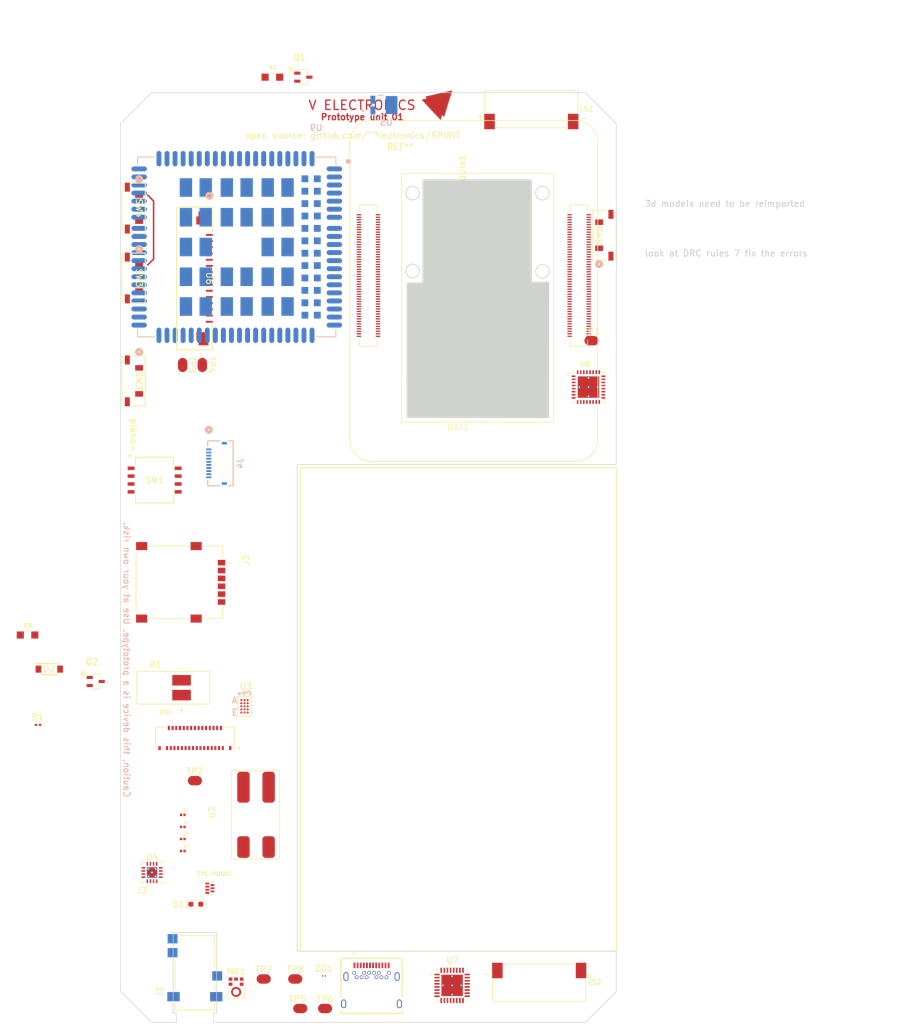
<source format=kicad_pcb>
(kicad_pcb (version 20241229) (generator "pcbnew") (generator_version "9.0")
  (title_block (title "SPIRIT-carrier-board") (date "2024-08-30") (company "V-Electronics"))
  (layers (0 "F.Cu" signal) (2 "B.Cu" signal) (13 "F.Paste" user) (15 "B.Paste" user) (5 "F.SilkS" user "F.Silkscreen") (7 "B.SilkS" user "B.Silkscreen") (1 "F.Mask" user) (3 "B.Mask" user) (25 "Edge.Cuts" user))
  (net 0 "")
  (net 1 "Net-(Module1A-GPIO27)")
  (net 4 "Net-(Module1B-USB3-1-RX_N)")
  (net 5 "Net-(Module1B-USB3-1-RX_P)")
  (net 6 "USBC POW")
  (net 7 "Net-(Module1B-USB3-1-TX_N)")
  (net 8 "Net-(Module1B-USB3-1-TX_P)")
  (net 9 "RX1+")
  (net 10 "RX1-")
  (net 19 "CODEC SDA")
  (net 20 "Net-(Module1A-GPIO22)")
  (net 35 "D-")
  (net 36 "D+")
  (net 47 "Net-(BAT1-+)")
  (net 48 "GPSGSM-SWITCH")
  (net 50 "CAM_SDA")
  (net 51 "CAM_SCL")
  (net 52 "CAM_CK_P")
  (net 53 "CAM_CK_N")
  (net 54 "CAM_D1_P")
  (net 55 "CAM_D1_N")
  (net 56 "GND")
  (net 57 "VCC")
  (net 66 "Net-(Module1A-GPIO2)")
  (net 73 "CAM_D0_P")
  (net 74 "Net-(Module1A-GPIO3)")
  (net 96 "CAM_D0_N")
  (net 126 "Net-(Module1A-GPIO4)")
  (net 131 "Net-(Module1A-GPIO17)")
  (net 170 "Net-(BAT1--)")
  (net 173 "TX1+")
  (net 175 "TX1-")
  (net 216 "CODEC SCL")
  (net 217 "JACK-IN")
  (net 218 "MIC-SWITCH")
  (net 219 "CAM-SWITCH")
  (net 224 "CAM_IO0")
  (net 225 "DSI1_D0_N")
  (net 226 "DSI1_D0_P")
  (net 227 "DSI1_D1_N")
  (net 228 "DSI1_D1_P")
  (net 229 "DSI1_C_N")
  (net 230 "DSI1_C_P")
  (net 231 "DSI1_D2_N")
  (net 232 "DSI1_D2_P")
  (net 233 "DSI1_D3_N")
  (net 234 "DSI1_D3_P")
  (net 235 "DIS SDA")
  (net 236 "DIS SCL")
  (net 237 "CC2")
  (net 238 "CC1")
  (net 247 "Net-(J2-SBU2)")
  (net 248 "Net-(J2-SBU1)")
  (net 389 "Net-(Q2-D)")
  (net 390 "Net-(Q1-G)")
  (net 391 "Net-(Q1-D)")
  (net 392 "Net-(Q2-G)")
  (footprint "SPIRIT-footprints:35mmJACK-CUI_SJ2-35894B-SMT-TR" (layer "F.Cu") (at 67 173 90)
    (property "Reference" "J1")
    (property "Value" "SJ2-35894B-SMT-TR")
  )
  (footprint "SPIRIT-footprints:USBC_capacitor_CAPC0603X33N" (layer "F.Cu") (at 65.049 151.405599)
    (property "Reference" "C3")
    (property "Value" "0.33 µF coupling cap")
  )
  (footprint "SPIRIT-footprints:USBC_capacitor_CAPC0603X33N" (layer "F.Cu") (at 65.049 153.351599)
    (property "Reference" "C4")
    (property "Value" "0.33 µF coupling cap")
  )
  (footprint "SPIRIT-footprints:test-pad-1" (layer "F.Cu") (at 69.215 74.93 -90)
    (property "Reference" "TP4")
    (property "Value" "test-pad-1")
  )
  (footprint "SPIRIT-footprints:TVS-array-IC_PUSB3AB6Z" (layer "F.Cu") (at 69.415 159.351599)
    (property "Reference" "TVS-PUSB1")
    (property "Value" "~")
  )
  (footprint "SPIRIT-footprints:test-pad-1" (layer "F.Cu") (at 67 140.984)
    (property "Reference" "TP2")
    (property "Value" "test-pad-1")
  )
  (footprint "SPIRIT-footprints:test-pad-1" (layer "F.Cu") (at 66.04 74.93 -90)
    (property "Reference" "TP3")
    (property "Value" "test-pad-1")
  )
  (footprint "SPIRIT-footprints:DAC-IC_ADS125H01IRHBT" (layer "F.Cu") (at 130.5 78.5)
    (property "Reference" "U8")
    (property "Value" "DAC-TLV320DAC3100IRHBR")
  )
  (footprint "SPIRIT-footprints:buttonSW_TL3330_EWI" (layer "F.Cu") (at 57.111 77.5 -90)
    (property "Reference" "SW2")
    (property "Value" "PROG")
  )
  (footprint "SPIRIT-footprints:BAT-MONITOR-YZF15_TEX" (layer "F.Cu") (at 75 130)
    (property "Reference" "U3")
    (property "Value" "BAT-MONITOR-BQ27530YZFT-G1")
  )
  (footprint "LOGO" (layer "F.Cu") (at 106.045 33.02)
    (property "Reference" "G***" (hide yes))
    (property "Value" "LOGO" (hide yes))
  )
  (footprint "SPIRIT-footprints:SPEAKER_CMR-15062S-67" (layer "F.Cu") (at 122.555 174.625)
    (property "Reference" "LS2")
    (property "Value" "CMR-15062S-67")
  )
  (footprint "SPIRIT-footprints:64MP-Arducam" (layer "F.Cu") (at 100.095 43.7765)
    (property "Reference" "REF**")
    (property "Value" "64MP-Arducam")
    (fp_circle (center 2.032 3.429) (end 3.132 3.429) (stroke (width 0.12)) (fill no) (layer "Edge.Cuts"))
    (fp_circle (center 2.032 16.002) (end 3.132 16.002) (stroke (width 0.12)) (fill no) (layer "Edge.Cuts"))
    (fp_circle (center 22.987 3.429) (end 24.087 3.429) (stroke (width 0.12)) (fill no) (layer "Edge.Cuts"))
    (fp_circle (center 22.987 16.045) (end 24.087 16.045) (stroke (width 0.12)) (fill no) (layer "Edge.Cuts"))
    (fp_poly (pts (xy 21.209 17.78) (xy 24.003 17.78) (xy 23.971216 39.66236) (xy 1.111216 39.622795) (xy 1.143 17.907) (xy 3.683 17.907) (xy 3.683 1.27) (xy 21.209 1.27)) (stroke (width 0.12)) (fill yes) (layer "Edge.Cuts"))
  )
  (footprint "SPIRIT-footprints:SPEAKER_CMR-15062S-67" (layer "F.Cu") (at 121.285 33.655 180)
    (property "Reference" "LS1")
    (property "Value" "CMR-15062S-67")
  )
  (footprint "CM5IO:Raspberry-Pi-5-Compute-Module" (layer "F.Cu") (at 128.5 39 180)
    (property "Reference" "Module1")
    (property "Value" "ComputeModule5-CM5")
  )
  (footprint "SPIRIT-footprints:flyback-diode-SODFL3818X130N" (layer "F.Cu") (at 43.5 124)
    (property "Reference" "D2")
    (property "Value" "1N4007W-T")
  )
  (footprint "SPIRIT-footprints:buttonSW_TL3330_EWI" (layer "F.Cu") (at 57.111 49.625 -90)
    (property "Reference" "SW4")
    (property "Value" "VOL+")
  )
  (footprint "SPIRIT-footprints:USBC_capacitor_CAPC0603X33N" (layer "F.Cu") (at 65.049 149.459599)
    (property "Reference" "C2")
    (property "Value" "0.33 µF coupling cap")
  )
  (footprint "SPIRIT-footprints:microphone_SPH0645LM4H-B" (layer "F.Cu") (at 73.645 176.087)
    (property "Reference" "MK1")
    (property "Value" "microphone")
  )
  (footprint "SPIRIT-footprints:1K-05W-0805-RES_ERJP06J102V" (layer "F.Cu") (at 79.5 28.5)
    (property "Reference" "R2")
    (property "Value" "1K-05W-0805-RES_ERJP06J102V")
  )
  (footprint "SPIRIT-footprints:FPC15pin-1mm-pitch-CONN_F52Q-1A7H1-11015_AMP" (layer "F.Cu") (at 66.929 60.96 -90)
    (property "Reference" "U6")
    (property "Value" "FPC15pin-1mm-pitch-F52Q-1A7H1-11015")
  )
  (footprint "SPIRIT-footprints:buttonSW_TL3330_EWI" (layer "F.Cu") (at 133.111 54 90)
    (property "Reference" "SW5")
    (property "Value" "POW")
  )
  (footprint "SPIRIT-footprints:buttonSW_TL3330_EWI" (layer "F.Cu") (at 57.111 60.900002 -90)
    (property "Reference" "SW3")
    (property "Value" "VOL-")
  )
  (footprint "SPIRIT-footprints:CODEC-QFN50P500X500X100-33N" (layer "F.Cu") (at 108.5 175.025)
    (property "Reference" "U7")
    (property "Value" "CODEC-TLV320AIC3204IRHBR")
  )
  (footprint "SPIRIT-footprints:VIBRATION-PUI_HD-EMB1205-3-SC-R" (layer "F.Cu") (at 63.5 127)
    (property "Reference" "B1")
    (property "Value" "VIBR")
  )
  (footprint "SPIRIT-footprints:test-pad-1" (layer "F.Cu") (at 83.185 172.974)
    (property "Reference" "TP8")
    (property "Value" "test-pad-1")
  )
  (footprint "SPIRIT-footprints:1K-05W-0805-RES_ERJP06J102V" (layer "F.Cu") (at 40 118.5)
    (property "Reference" "R3")
    (property "Value" "1K-05W-0805-RES_ERJP06J102V")
  )
  (footprint "SPIRIT-footprints:BAT-CONNECTOR-FLTS22WR00" (layer "F.Cu") (at 70.261 147.119 90)
    (property "Reference" "U2")
    (property "Value" "BAT-CONNECTOR-FLTS22WR00")
  )
  (footprint "SPIRIT-footprints:battery_37V3500mAhLP685077JU" (layer "F.Cu") (at 109.5 96.5)
    (property "Reference" "BAT1")
    (property "Value" "battery_37V3500mAhLP685077JU")
  )
  (footprint "SPIRIT-footprints:thermistor-NTC0201Z_P63XP33_PAN" (layer "F.Cu") (at 41.6825 133)
    (property "Reference" "R1")
    (property "Value" "thermistor")
  )
  (footprint "SPIRIT-footprints:CHARGER-SWITCHER-RTE0016C" (layer "F.Cu") (at 60.079997 156.816602)
    (property "Reference" "U4")
    (property "Value" "CHARGER-SWITCHER-BQ25303JRTER")
  )
  (footprint "SPIRIT-footprints:USBC_capacitor_CAPC0603X33N" (layer "F.Cu") (at 65.049 147.513599)
    (property "Reference" "C1")
    (property "Value" "0.33 µF coupling cap")
  )
  (footprint "SPIRIT-footprints:test-pad-1" (layer "F.Cu") (at 84 177.736)
    (property "Reference" "TP5")
    (property "Value" "test-pad-1")
  )
  (footprint "SPIRIT-footprints:gpio-driver-transistor-fix-SOT65P210X110-3N" (layer "F.Cu") (at 51 126)
    (property "Reference" "Q2")
    (property "Value" "~")
  )
  (footprint "SPIRIT-footprints:LED-INDICATOR" (layer "F.Cu") (at 65.659 161.29)
    (property "Reference" "D1")
    (property "Value" "LED-INDICATOR")
  )
  (footprint "SPIRIT-footprints:test-pad-1" (layer "F.Cu") (at 78.105 172.974)
    (property "Reference" "TP7")
    (property "Value" "test-pad-1")
  )
  (footprint "SPIRIT-footprints:gpio-driver-transistor-fix-SOT65P210X110-3N" (layer "F.Cu") (at 84.5 28.5)
    (property "Reference" "Q1")
    (property "Value" "~")
  )
  (footprint "SPIRIT-footprints:USB-ESD-protection-diode-PESD5V0C1USFYL-SOD962-2_DSN0603-2_NEX" (layer "F.Cu") (at 87.7968 173.5)
    (property "Reference" "ZD1")
    (property "Value" "protection-PESD5V0C1USFYL")
  )
  (footprint "SPIRIT-footprints:HRS_FH72-31S-0.3SHW" (layer "F.Cu") (at 67 135.11)
    (property "Reference" "DIS1")
    (property "Value" "FH72-31S-0.3SHW")
  )
  (footprint "SPIRIT-footprints:USBC-3-2-fix-GCT_USB4056-03-A_REVA2" (layer "F.Cu") (at 95.5 178)
    (property "Reference" "J2")
    (property "Value" "USBC-3-2-fix-USB4056-03-A_REVA2")
    (fp_line (start 3.45 -5.965) (end 3.75 -5.965) (stroke (width 0.01)) (layer "Edge.Cuts"))
    (fp_line (start 3.75 -5.315) (end 3.45 -5.315) (stroke (width 0.01)) (layer "Edge.Cuts"))
    (fp_arc (start 3.125 -5.64) (mid 3.22019 -5.86981) (end 3.45 -5.965) (stroke (width 0.01)) (layer "Edge.Cuts"))
    (fp_arc (start 3.45 -5.315) (mid 3.22019 -5.41019) (end 3.125 -5.64) (stroke (width 0.01)) (layer "Edge.Cuts"))
    (fp_arc (start 3.75 -5.965) (mid 3.97981 -5.86981) (end 4.075 -5.64) (stroke (width 0.01)) (layer "Edge.Cuts"))
    (fp_arc (start 4.075 -5.64) (mid 3.97981 -5.41019) (end 3.75 -5.315) (stroke (width 0.01)) (layer "Edge.Cuts"))
  )
  (footprint "SPIRIT-footprints:test-pad-1" (layer "F.Cu") (at 131 70)
    (property "Reference" "TP1")
    (property "Value" "test-pad-1")
  )
  (footprint "SPIRIT-footprints:SIM-AMPHENOL_G85D1160022HHR" (layer "F.Cu") (at 64.5 110 -90)
    (property "Reference" "J3")
    (property "Value" "SIM-G85D1160022HHR")
  )
  (footprint "SPIRIT-footprints:test-pad-1" (layer "F.Cu") (at 88 177.736)
    (property "Reference" "TP6")
    (property "Value" "test-pad-1")
  )
  (footprint "SPIRIT-footprints:pianoCHP-041B_NDC" (layer "F.Cu") (at 60.5 93.5)
    (property "Reference" "SW1")
    (property "Value" "CHP-041B")
  )
  (footprint "SPIRIT-footprints:LUMILED-DIODFN449X305X210-3N" (layer "B.Cu") (at 97.5 33)
    (property "Reference" "U5")
    (property "Value" "Flash-LED-Lumiled")
  )
  (footprint "SPIRIT-footprints:10PIN" (layer "B.Cu") (at 71.12 90.805 -90)
    (property "Reference" "J4")
    (property "Value" "FINGER")
  )
  (footprint "SPIRIT-footprints:GSM-GPS-XCVR_EC25VFA-512-STD" (layer "B.Cu") (at 73.75 55.9 180)
    (property "Reference" "U9")
    (property "Value" "GSM-GPS-EC25VFA-512-STD")
  )
  (footprint "LOGO" (layer "B.Cu") (at 85.09 33.655 180)
    (property "Reference" "G***" (hide yes))
    (property "Value" "LOGO" (hide yes))
  )
  (gr_line (start 70 179.5) (end 70 181) (stroke (width 0.1)) (layer "Edge.Cuts"))
  (gr_line (start 83.5 91) (end 83.5 169.5) (stroke (width 0.1)) (layer "Edge.Cuts"))
  (gr_line (start 135 36) (end 135 91) (stroke (width 0.1)) (layer "Edge.Cuts"))
  (gr_line (start 70.5 166.5) (end 63.5 166.5) (stroke (width 0.1)) (layer "Edge.Cuts"))
  (gr_line (start 63.5 179.5) (end 63.5 166.5) (stroke (width 0.1)) (layer "Edge.Cuts"))
  (gr_line (start 130 181) (end 72 181) (stroke (width 0.1)) (layer "Edge.Cuts"))
  (gr_line (start 72 181) (end 70 181) (stroke (width 0.1)) (layer "Edge.Cuts"))
  (gr_line (start 55 36) (end 60 31) (stroke (width 0.1)) (layer "Edge.Cuts"))
  (gr_line (start 70 179.5) (end 70.5 179.5) (stroke (width 0.1)) (layer "Edge.Cuts"))
  (gr_line (start 55 176) (end 55 36) (stroke (width 0.1)) (layer "Edge.Cuts"))
  (gr_line (start 135 169.5) (end 135 176) (stroke (width 0.1)) (layer "Edge.Cuts"))
  (gr_line (start 83.5 169.5) (end 135 169.5) (stroke (width 0.1)) (layer "Edge.Cuts"))
  (gr_line (start 64 179.5) (end 63.5 179.5) (stroke (width 0.1)) (layer "Edge.Cuts"))
  (gr_line (start 70.5 166.5) (end 70.5 179.5) (stroke (width 0.1)) (layer "Edge.Cuts"))
  (gr_line (start 64 181) (end 60 181) (stroke (width 0.1)) (layer "Edge.Cuts"))
  (gr_line (start 130 31) (end 135 36) (stroke (width 0.1)) (layer "Edge.Cuts"))
  (gr_line (start 135 176) (end 130 181) (stroke (width 0.1)) (layer "Edge.Cuts"))
  (gr_line (start 60 31) (end 130 31) (stroke (width 0.1)) (layer "Edge.Cuts"))
  (gr_line (start 60 181) (end 55 176) (stroke (width 0.1)) (layer "Edge.Cuts"))
  (gr_line (start 135 91) (end 83.5 91) (stroke (width 0.1)) (layer "Edge.Cuts"))
  (gr_line (start 64 179.5) (end 64 181) (stroke (width 0.1)) (layer "Edge.Cuts"))
  (gr_text "V ELECTRONICS" (at 93.98 33.02 0) (layer "F.Cu") (effects (font (size 1.5 1.5) (thickness 0.2))))
  (gr_text "01" (at 99.695 34.925 0) (layer "F.Cu") (effects (font (size 1 1) (thickness 0.2))))
  (gr_text "Prototype unit" (at 92.71 34.925 0) (layer "F.Cu") (effects (font (size 1 1) (thickness 0.2))))
  (gr_text "piano→" (at 56.5 83.5 270) (layer "F.SilkS") (effects (font (size 1 1)) (justify left bottom)))
  (gr_text "open source: github.com/V3lectronics/SPIRIT" (at 75 38.5 0) (layer "F.SilkS") (effects (font (size 1 1)) (justify left bottom)))
  (gr_text "Caution, this device is a prototype. Use at your own risk." (at 56 122.5 270) (layer "B.SilkS") (effects (font (size 1 1)) (justify mirror)))
  (gr_text "look at DRC rules 7 fix the errors\n" (at 139.5 57.5 0) (layer "Edge.Cuts") (effects (font (size 1 1)) (justify left bottom)))
  (gr_text "3d models need to be reimported\n" (at 139.5 49.5 0) (layer "Edge.Cuts") (effects (font (size 1 1)) (justify left bottom)))
  (segment (start 60.334 48.486002) (end 60.334 57.855004) (width 0.25) (layer "F.Cu") (net 57))
  (segment (start 60.334 57.855004) (end 59.389 58.800004) (width 0.25) (layer "F.Cu") (net 57))
  (segment (start 59.373 47.525002) (end 60.334 48.486002) (width 0.25) (layer "F.Cu") (net 57))
)
</source>
